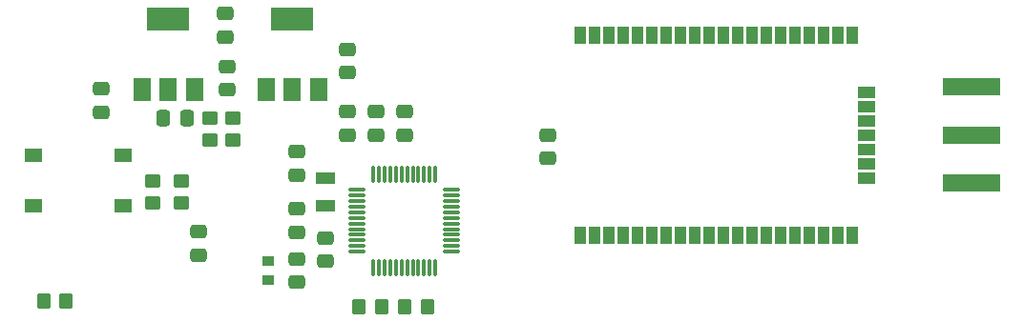
<source format=gtp>
%TF.GenerationSoftware,KiCad,Pcbnew,(6.0.1)*%
%TF.CreationDate,2022-03-10T11:46:56+01:00*%
%TF.ProjectId,ci-poc-board,63692d70-6f63-42d6-926f-6172642e6b69,rev?*%
%TF.SameCoordinates,Original*%
%TF.FileFunction,Paste,Top*%
%TF.FilePolarity,Positive*%
%FSLAX46Y46*%
G04 Gerber Fmt 4.6, Leading zero omitted, Abs format (unit mm)*
G04 Created by KiCad (PCBNEW (6.0.1)) date 2022-03-10 11:46:56*
%MOMM*%
%LPD*%
G01*
G04 APERTURE LIST*
G04 Aperture macros list*
%AMRoundRect*
0 Rectangle with rounded corners*
0 $1 Rounding radius*
0 $2 $3 $4 $5 $6 $7 $8 $9 X,Y pos of 4 corners*
0 Add a 4 corners polygon primitive as box body*
4,1,4,$2,$3,$4,$5,$6,$7,$8,$9,$2,$3,0*
0 Add four circle primitives for the rounded corners*
1,1,$1+$1,$2,$3*
1,1,$1+$1,$4,$5*
1,1,$1+$1,$6,$7*
1,1,$1+$1,$8,$9*
0 Add four rect primitives between the rounded corners*
20,1,$1+$1,$2,$3,$4,$5,0*
20,1,$1+$1,$4,$5,$6,$7,0*
20,1,$1+$1,$6,$7,$8,$9,0*
20,1,$1+$1,$8,$9,$2,$3,0*%
G04 Aperture macros list end*
%ADD10RoundRect,0.250000X0.337500X0.475000X-0.337500X0.475000X-0.337500X-0.475000X0.337500X-0.475000X0*%
%ADD11R,1.500000X2.000000*%
%ADD12R,3.800000X2.000000*%
%ADD13RoundRect,0.250000X-0.475000X0.337500X-0.475000X-0.337500X0.475000X-0.337500X0.475000X0.337500X0*%
%ADD14R,1.016000X1.524000*%
%ADD15R,1.524000X1.016000*%
%ADD16RoundRect,0.250000X-0.450000X0.350000X-0.450000X-0.350000X0.450000X-0.350000X0.450000X0.350000X0*%
%ADD17RoundRect,0.250000X0.475000X-0.337500X0.475000X0.337500X-0.475000X0.337500X-0.475000X-0.337500X0*%
%ADD18R,5.080000X1.500000*%
%ADD19RoundRect,0.250000X0.450000X-0.350000X0.450000X0.350000X-0.450000X0.350000X-0.450000X-0.350000X0*%
%ADD20RoundRect,0.250000X-0.350000X-0.450000X0.350000X-0.450000X0.350000X0.450000X-0.350000X0.450000X0*%
%ADD21R,1.000000X0.900000*%
%ADD22R,1.550000X1.300000*%
%ADD23RoundRect,0.075000X-0.662500X-0.075000X0.662500X-0.075000X0.662500X0.075000X-0.662500X0.075000X0*%
%ADD24RoundRect,0.075000X-0.075000X-0.662500X0.075000X-0.662500X0.075000X0.662500X-0.075000X0.662500X0*%
%ADD25RoundRect,0.250000X0.350000X0.450000X-0.350000X0.450000X-0.350000X-0.450000X0.350000X-0.450000X0*%
%ADD26R,1.800000X1.000000*%
G04 APERTURE END LIST*
D10*
X74697500Y-61997500D03*
X72622500Y-61997500D03*
D11*
X70740000Y-59457500D03*
X73040000Y-59457500D03*
D12*
X73040000Y-53157500D03*
D11*
X75340000Y-59457500D03*
D13*
X91440000Y-61425000D03*
X91440000Y-63500000D03*
D14*
X109572500Y-72390000D03*
X110842500Y-72390000D03*
X112112500Y-72390000D03*
X113382500Y-72390000D03*
X114652500Y-72390000D03*
X115922500Y-72390000D03*
X117192500Y-72390000D03*
X118462500Y-72390000D03*
X119732500Y-72390000D03*
X121002500Y-72390000D03*
X122272500Y-72390000D03*
X123542500Y-72390000D03*
X124812500Y-72390000D03*
X126082500Y-72390000D03*
X127352500Y-72390000D03*
X128622500Y-72390000D03*
X129892500Y-72390000D03*
X131162500Y-72390000D03*
X132432500Y-72390000D03*
X133702500Y-72390000D03*
D15*
X134972500Y-67310000D03*
X134972500Y-66040000D03*
X134972500Y-64770000D03*
X134972500Y-63500000D03*
X134972500Y-62230000D03*
X134972500Y-60960000D03*
X134972500Y-59690000D03*
D14*
X133702500Y-54610000D03*
X132432500Y-54610000D03*
X131162500Y-54610000D03*
X129892500Y-54610000D03*
X128622500Y-54610000D03*
X127352500Y-54610000D03*
X126082500Y-54610000D03*
X124812500Y-54610000D03*
X123542500Y-54610000D03*
X122272500Y-54610000D03*
X121002500Y-54610000D03*
X119732500Y-54610000D03*
X118462500Y-54610000D03*
X117192500Y-54610000D03*
X115922500Y-54610000D03*
X114652500Y-54610000D03*
X113382500Y-54610000D03*
X112112500Y-54610000D03*
X110842500Y-54610000D03*
X109572500Y-54610000D03*
D16*
X71628000Y-67580000D03*
X71628000Y-69580000D03*
D17*
X86995000Y-74719000D03*
X86995000Y-72644000D03*
D13*
X88900000Y-55880000D03*
X88900000Y-57955000D03*
D11*
X81760000Y-59457500D03*
D12*
X84060000Y-53157500D03*
D11*
X84060000Y-59457500D03*
X86360000Y-59457500D03*
D18*
X144272000Y-63500000D03*
X144272000Y-59250000D03*
X144272000Y-67750000D03*
D19*
X76708000Y-63992000D03*
X76708000Y-61992000D03*
D20*
X94012000Y-78740000D03*
X96012000Y-78740000D03*
D16*
X78740000Y-61992000D03*
X78740000Y-63992000D03*
D13*
X84455000Y-70082500D03*
X84455000Y-72157500D03*
D17*
X78120000Y-54805000D03*
X78120000Y-52730000D03*
D21*
X81915000Y-76415000D03*
X81915000Y-74715000D03*
D13*
X106680000Y-63500000D03*
X106680000Y-65575000D03*
X78232000Y-57404000D03*
X78232000Y-59479000D03*
D22*
X68999000Y-69814000D03*
X61049000Y-69814000D03*
X61049000Y-65314000D03*
X68999000Y-65314000D03*
D23*
X89817500Y-68370000D03*
X89817500Y-68870000D03*
X89817500Y-69370000D03*
X89817500Y-69870000D03*
X89817500Y-70370000D03*
X89817500Y-70870000D03*
X89817500Y-71370000D03*
X89817500Y-71870000D03*
X89817500Y-72370000D03*
X89817500Y-72870000D03*
X89817500Y-73370000D03*
X89817500Y-73870000D03*
D24*
X91230000Y-75282500D03*
X91730000Y-75282500D03*
X92230000Y-75282500D03*
X92730000Y-75282500D03*
X93230000Y-75282500D03*
X93730000Y-75282500D03*
X94230000Y-75282500D03*
X94730000Y-75282500D03*
X95230000Y-75282500D03*
X95730000Y-75282500D03*
X96230000Y-75282500D03*
X96730000Y-75282500D03*
D23*
X98142500Y-73870000D03*
X98142500Y-73370000D03*
X98142500Y-72870000D03*
X98142500Y-72370000D03*
X98142500Y-71870000D03*
X98142500Y-71370000D03*
X98142500Y-70870000D03*
X98142500Y-70370000D03*
X98142500Y-69870000D03*
X98142500Y-69370000D03*
X98142500Y-68870000D03*
X98142500Y-68370000D03*
D24*
X96730000Y-66957500D03*
X96230000Y-66957500D03*
X95730000Y-66957500D03*
X95230000Y-66957500D03*
X94730000Y-66957500D03*
X94230000Y-66957500D03*
X93730000Y-66957500D03*
X93230000Y-66957500D03*
X92730000Y-66957500D03*
X92230000Y-66957500D03*
X91730000Y-66957500D03*
X91230000Y-66957500D03*
D17*
X93980000Y-63500000D03*
X93980000Y-61425000D03*
D25*
X63992000Y-78232000D03*
X61992000Y-78232000D03*
D26*
X86995000Y-69830000D03*
X86995000Y-67330000D03*
D17*
X84455000Y-67077500D03*
X84455000Y-65002500D03*
D20*
X89948000Y-78740000D03*
X91948000Y-78740000D03*
D17*
X67056000Y-61489500D03*
X67056000Y-59414500D03*
X84455000Y-76602500D03*
X84455000Y-74527500D03*
X88900000Y-63500000D03*
X88900000Y-61425000D03*
X75692000Y-74189500D03*
X75692000Y-72114500D03*
D16*
X74168000Y-67580000D03*
X74168000Y-69580000D03*
M02*

</source>
